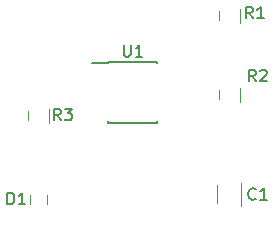
<source format=gbr>
G04 #@! TF.FileFunction,Legend,Top*
%FSLAX46Y46*%
G04 Gerber Fmt 4.6, Leading zero omitted, Abs format (unit mm)*
G04 Created by KiCad (PCBNEW 4.0.7) date 05/01/18 22:04:37*
%MOMM*%
%LPD*%
G01*
G04 APERTURE LIST*
%ADD10C,0.100000*%
%ADD11C,0.120000*%
%ADD12C,0.150000*%
%ADD13R,2.000000X2.400000*%
%ADD14R,1.700000X1.900000*%
%ADD15R,1.950000X1.000000*%
G04 APERTURE END LIST*
D10*
D11*
X175795000Y-103225000D02*
X175795000Y-101225000D01*
X173755000Y-101225000D02*
X173755000Y-103225000D01*
X159350000Y-101675000D02*
X159350000Y-104875000D01*
X157850000Y-104875000D02*
X157850000Y-101675000D01*
X157850000Y-104875000D02*
X159350000Y-104875000D01*
X173895000Y-87725000D02*
X173895000Y-86525000D01*
X175655000Y-86525000D02*
X175655000Y-87725000D01*
X173895000Y-94400000D02*
X173895000Y-93200000D01*
X175655000Y-93200000D02*
X175655000Y-94400000D01*
X157720000Y-96175000D02*
X157720000Y-94975000D01*
X159480000Y-94975000D02*
X159480000Y-96175000D01*
D12*
X164525000Y-91025000D02*
X164525000Y-91075000D01*
X168675000Y-91025000D02*
X168675000Y-91170000D01*
X168675000Y-96175000D02*
X168675000Y-96030000D01*
X164525000Y-96175000D02*
X164525000Y-96030000D01*
X164525000Y-91025000D02*
X168675000Y-91025000D01*
X164525000Y-96175000D02*
X168675000Y-96175000D01*
X164525000Y-91075000D02*
X163125000Y-91075000D01*
X176998334Y-102592143D02*
X176950715Y-102639762D01*
X176807858Y-102687381D01*
X176712620Y-102687381D01*
X176569762Y-102639762D01*
X176474524Y-102544524D01*
X176426905Y-102449286D01*
X176379286Y-102258810D01*
X176379286Y-102115952D01*
X176426905Y-101925476D01*
X176474524Y-101830238D01*
X176569762Y-101735000D01*
X176712620Y-101687381D01*
X176807858Y-101687381D01*
X176950715Y-101735000D01*
X176998334Y-101782619D01*
X177950715Y-102687381D02*
X177379286Y-102687381D01*
X177665000Y-102687381D02*
X177665000Y-101687381D01*
X177569762Y-101830238D01*
X177474524Y-101925476D01*
X177379286Y-101973095D01*
X155979905Y-103068381D02*
X155979905Y-102068381D01*
X156218000Y-102068381D01*
X156360858Y-102116000D01*
X156456096Y-102211238D01*
X156503715Y-102306476D01*
X156551334Y-102496952D01*
X156551334Y-102639810D01*
X156503715Y-102830286D01*
X156456096Y-102925524D01*
X156360858Y-103020762D01*
X156218000Y-103068381D01*
X155979905Y-103068381D01*
X157503715Y-103068381D02*
X156932286Y-103068381D01*
X157218000Y-103068381D02*
X157218000Y-102068381D01*
X157122762Y-102211238D01*
X157027524Y-102306476D01*
X156932286Y-102354095D01*
X176744334Y-87320381D02*
X176411000Y-86844190D01*
X176172905Y-87320381D02*
X176172905Y-86320381D01*
X176553858Y-86320381D01*
X176649096Y-86368000D01*
X176696715Y-86415619D01*
X176744334Y-86510857D01*
X176744334Y-86653714D01*
X176696715Y-86748952D01*
X176649096Y-86796571D01*
X176553858Y-86844190D01*
X176172905Y-86844190D01*
X177696715Y-87320381D02*
X177125286Y-87320381D01*
X177411000Y-87320381D02*
X177411000Y-86320381D01*
X177315762Y-86463238D01*
X177220524Y-86558476D01*
X177125286Y-86606095D01*
X176998334Y-92654381D02*
X176665000Y-92178190D01*
X176426905Y-92654381D02*
X176426905Y-91654381D01*
X176807858Y-91654381D01*
X176903096Y-91702000D01*
X176950715Y-91749619D01*
X176998334Y-91844857D01*
X176998334Y-91987714D01*
X176950715Y-92082952D01*
X176903096Y-92130571D01*
X176807858Y-92178190D01*
X176426905Y-92178190D01*
X177379286Y-91749619D02*
X177426905Y-91702000D01*
X177522143Y-91654381D01*
X177760239Y-91654381D01*
X177855477Y-91702000D01*
X177903096Y-91749619D01*
X177950715Y-91844857D01*
X177950715Y-91940095D01*
X177903096Y-92082952D01*
X177331667Y-92654381D01*
X177950715Y-92654381D01*
X160488334Y-95956381D02*
X160155000Y-95480190D01*
X159916905Y-95956381D02*
X159916905Y-94956381D01*
X160297858Y-94956381D01*
X160393096Y-95004000D01*
X160440715Y-95051619D01*
X160488334Y-95146857D01*
X160488334Y-95289714D01*
X160440715Y-95384952D01*
X160393096Y-95432571D01*
X160297858Y-95480190D01*
X159916905Y-95480190D01*
X160821667Y-94956381D02*
X161440715Y-94956381D01*
X161107381Y-95337333D01*
X161250239Y-95337333D01*
X161345477Y-95384952D01*
X161393096Y-95432571D01*
X161440715Y-95527810D01*
X161440715Y-95765905D01*
X161393096Y-95861143D01*
X161345477Y-95908762D01*
X161250239Y-95956381D01*
X160964524Y-95956381D01*
X160869286Y-95908762D01*
X160821667Y-95861143D01*
X165838095Y-89552381D02*
X165838095Y-90361905D01*
X165885714Y-90457143D01*
X165933333Y-90504762D01*
X166028571Y-90552381D01*
X166219048Y-90552381D01*
X166314286Y-90504762D01*
X166361905Y-90457143D01*
X166409524Y-90361905D01*
X166409524Y-89552381D01*
X167409524Y-90552381D02*
X166838095Y-90552381D01*
X167123809Y-90552381D02*
X167123809Y-89552381D01*
X167028571Y-89695238D01*
X166933333Y-89790476D01*
X166838095Y-89838095D01*
%LPC*%
D13*
X174775000Y-100225000D03*
X174775000Y-104225000D03*
D14*
X158600000Y-104025000D03*
X158600000Y-101325000D03*
X174775000Y-85775000D03*
X174775000Y-88475000D03*
X174775000Y-92450000D03*
X174775000Y-95150000D03*
X158600000Y-94225000D03*
X158600000Y-96925000D03*
D15*
X163900000Y-91695000D03*
X163900000Y-92965000D03*
X163900000Y-94235000D03*
X163900000Y-95505000D03*
X169300000Y-95505000D03*
X169300000Y-94235000D03*
X169300000Y-92965000D03*
X169300000Y-91695000D03*
M02*

</source>
